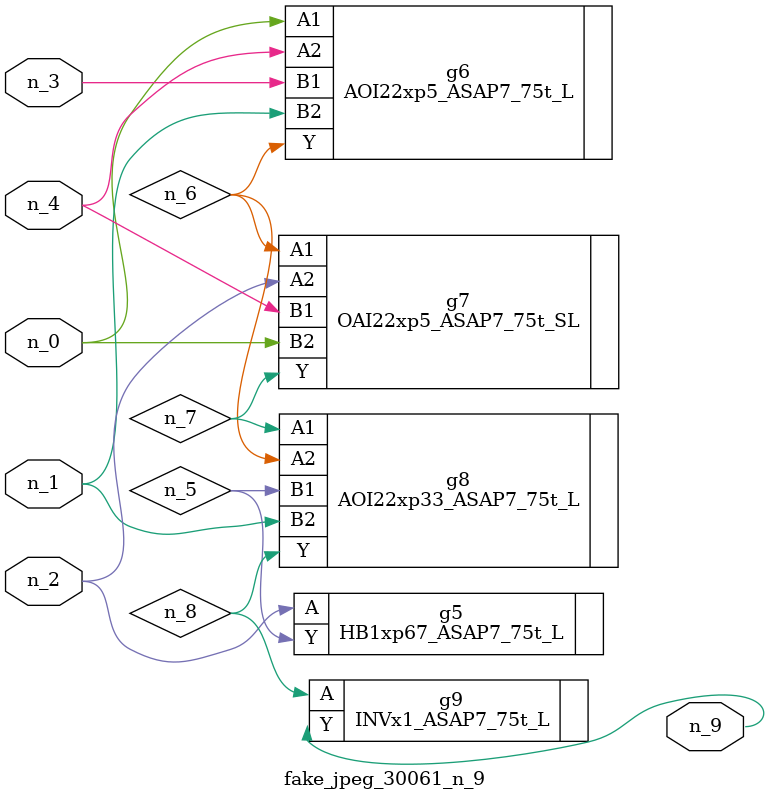
<source format=v>
module fake_jpeg_30061_n_9 (n_3, n_2, n_1, n_0, n_4, n_9);

input n_3;
input n_2;
input n_1;
input n_0;
input n_4;

output n_9;

wire n_8;
wire n_6;
wire n_5;
wire n_7;

HB1xp67_ASAP7_75t_L g5 ( 
.A(n_2),
.Y(n_5)
);

AOI22xp5_ASAP7_75t_L g6 ( 
.A1(n_0),
.A2(n_4),
.B1(n_3),
.B2(n_1),
.Y(n_6)
);

OAI22xp5_ASAP7_75t_SL g7 ( 
.A1(n_6),
.A2(n_2),
.B1(n_4),
.B2(n_0),
.Y(n_7)
);

AOI22xp33_ASAP7_75t_L g8 ( 
.A1(n_7),
.A2(n_6),
.B1(n_5),
.B2(n_1),
.Y(n_8)
);

INVx1_ASAP7_75t_L g9 ( 
.A(n_8),
.Y(n_9)
);


endmodule
</source>
